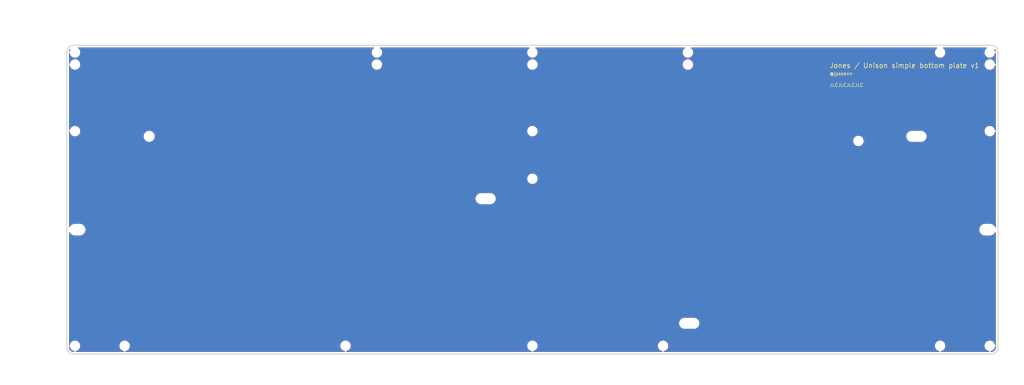
<source format=kicad_pcb>
(kicad_pcb (version 20171130) (host pcbnew "(5.1.9-0-10_14)")

  (general
    (thickness 1.6)
    (drawings 0)
    (tracks 0)
    (zones 0)
    (modules 1)
    (nets 1)
  )

  (page A4)
  (layers
    (0 F.Cu signal)
    (31 B.Cu signal)
    (32 B.Adhes user)
    (33 F.Adhes user)
    (34 B.Paste user)
    (35 F.Paste user)
    (36 B.SilkS user)
    (37 F.SilkS user)
    (38 B.Mask user)
    (39 F.Mask user)
    (40 Dwgs.User user)
    (41 Cmts.User user)
    (42 Eco1.User user)
    (43 Eco2.User user)
    (44 Edge.Cuts user)
    (45 Margin user)
    (46 B.CrtYd user)
    (47 F.CrtYd user)
    (48 B.Fab user)
    (49 F.Fab user)
  )

  (setup
    (last_trace_width 0.25)
    (trace_clearance 0.2)
    (zone_clearance 0.508)
    (zone_45_only no)
    (trace_min 0.2)
    (via_size 0.8)
    (via_drill 0.4)
    (via_min_size 0.4)
    (via_min_drill 0.3)
    (uvia_size 0.3)
    (uvia_drill 0.1)
    (uvias_allowed no)
    (uvia_min_size 0.2)
    (uvia_min_drill 0.1)
    (edge_width 0.05)
    (segment_width 0.2)
    (pcb_text_width 0.3)
    (pcb_text_size 1.5 1.5)
    (mod_edge_width 0.12)
    (mod_text_size 1 1)
    (mod_text_width 0.15)
    (pad_size 1.524 1.524)
    (pad_drill 0.762)
    (pad_to_mask_clearance 0)
    (aux_axis_origin 0 0)
    (visible_elements FFFFFF7F)
    (pcbplotparams
      (layerselection 0x010f0_ffffffff)
      (usegerberextensions false)
      (usegerberattributes true)
      (usegerberadvancedattributes true)
      (creategerberjobfile true)
      (excludeedgelayer true)
      (linewidth 0.100000)
      (plotframeref false)
      (viasonmask false)
      (mode 1)
      (useauxorigin false)
      (hpglpennumber 1)
      (hpglpenspeed 20)
      (hpglpendiameter 15.000000)
      (psnegative false)
      (psa4output false)
      (plotreference true)
      (plotvalue true)
      (plotinvisibletext false)
      (padsonsilk false)
      (subtractmaskfromsilk false)
      (outputformat 1)
      (mirror false)
      (drillshape 0)
      (scaleselection 1)
      (outputdirectory "Gerber/"))
  )

  (net 0 "")

  (net_class Default "This is the default net class."
    (clearance 0.2)
    (trace_width 0.25)
    (via_dia 0.8)
    (via_drill 0.4)
    (uvia_dia 0.3)
    (uvia_drill 0.1)
  )

  (module "#local_lib:60_Outline-Bottom_Plate" locked (layer F.Cu) (tedit 60171BB8) (tstamp 6018E0F4)
    (at 174.85 69.85)
    (fp_text reference REF** (at -139 50.5) (layer Edge.Cuts) hide
      (effects (font (size 1 1) (thickness 0.15)))
    )
    (fp_text value 60_Outline-Bottom_Plate (at -139 49) (layer F.Fab) hide
      (effects (font (size 1 1) (thickness 0.15)))
    )
    (fp_text user -42.7mm (at 98.5 -51.3 90) (layer Dwgs.User)
      (effects (font (size 1 1) (thickness 0.15)))
    )
    (fp_text user 29.3mm (at -146.3 -19.1) (layer Dwgs.User)
      (effects (font (size 1 1) (thickness 0.15)))
    )
    (fp_text user JLCJLCJLCJLC (at 90.9 -35.1) (layer F.SilkS)
      (effects (font (size 1 1) (thickness 0.15)) (justify left))
    )
    (fp_text user @jpskenn (at 90.9 -38.6) (layer F.SilkS)
      (effects (font (size 1 1) (thickness 0.15)) (justify left))
    )
    (fp_text user "Jones / Unison simple bottom plate v1" (at 90.9 -41.1) (layer F.SilkS)
      (effects (font (size 1.5 1.5) (thickness 0.2)) (justify left))
    )
    (fp_text user 17.7mm (at -125.7 -52.7 90) (layer Dwgs.User)
      (effects (font (size 1 1) (thickness 0.15)))
    )
    (fp_text user 85.3mm (at -58.3 -50.9 90) (layer Dwgs.User)
      (effects (font (size 1 1) (thickness 0.15)))
    )
    (fp_text user 40.9mm (at -146.2 -7.5) (layer Dwgs.User)
      (effects (font (size 1 1) (thickness 0.15)))
    )
    (fp_text user -102.5mm (at 39.1 -51.8 90) (layer Dwgs.User)
      (effects (font (size 1 1) (thickness 0.15)))
    )
    (fp_text user -17.7mm (at 123.8 -51.2 90) (layer Dwgs.User)
      (effects (font (size 1 1) (thickness 0.15)))
    )
    (fp_text user 94.9mm (at -48.8 -50.9 90) (layer Dwgs.User)
      (effects (font (size 1 1) (thickness 0.15)))
    )
    (fp_text user -94.9mm (at 46.5 -51.6 90) (layer Dwgs.User)
      (effects (font (size 1 1) (thickness 0.15)))
    )
    (fp_text user "285mm MAX" (at 141.5 -52.5 90) (layer Dwgs.User)
      (effects (font (size 1 1) (thickness 0.15)))
    )
    (fp_text user "142.5mm CENTER" (at -0.9 -54.4 90) (layer Dwgs.User)
      (effects (font (size 1 1) (thickness 0.15)))
    )
    (fp_text user 0mm (at -146.6 -48.4) (layer Dwgs.User)
      (effects (font (size 1 1) (thickness 0.15)))
    )
    (fp_text user 0mm (at -143.7 -53.3 90) (layer Dwgs.User)
      (effects (font (size 1 1) (thickness 0.15)))
    )
    (fp_text user -2.5mm (at 139.2 -50.7 90) (layer Dwgs.User)
      (effects (font (size 1 1) (thickness 0.15)))
    )
    (fp_text user 26.5mm (at -146.3 -22) (layer Dwgs.User)
      (effects (font (size 1 1) (thickness 0.15)))
    )
    (fp_text user -2.5mm (at -146.7 43.5) (layer Dwgs.User)
      (effects (font (size 1 1) (thickness 0.15)))
    )
    (fp_text user 5.9mm (at -145.6 -42.4) (layer Dwgs.User)
      (effects (font (size 1 1) (thickness 0.15)))
    )
    (fp_text user 2.2mm (at -145.8 -46.1) (layer Dwgs.User)
      (effects (font (size 1 1) (thickness 0.15)))
    )
    (fp_text user 2.5mm (at -140.8 -53.8 90) (layer Dwgs.User)
      (effects (font (size 1 1) (thickness 0.15)))
    )
    (fp_arc (start 142.1 11) (end 142.5 11) (angle -90) (layer Eco1.User) (width 0.3))
    (fp_arc (start 142.1 7.4) (end 142.1 7.8) (angle -90) (layer Eco1.User) (width 0.3))
    (fp_arc (start -142.1 11) (end -142.1 10.6) (angle -90) (layer Eco1.User) (width 0.3))
    (fp_arc (start -142.1 7.4) (end -142.5 7.4) (angle -90) (layer Eco1.User) (width 0.3))
    (fp_arc (start -140.5 -45.3) (end -142.5 -45.3) (angle 90) (layer Edge.Cuts) (width 0.3))
    (fp_arc (start -140.5 45.3) (end -140.5 47.3) (angle 90) (layer Edge.Cuts) (width 0.3))
    (fp_arc (start 140.5 45.3) (end 142.5 45.3) (angle 90) (layer Edge.Cuts) (width 0.3))
    (fp_arc (start 140.5 -45.3) (end 140.5 -47.3) (angle 90) (layer Edge.Cuts) (width 0.3))
    (fp_arc (start -138.7 9.2) (end -138.7 7.8) (angle 90) (layer Eco1.User) (width 0.3))
    (fp_arc (start 138.7 9.2) (end 138.7 7.8) (angle -90) (layer Eco1.User) (width 0.3))
    (fp_arc (start 138.7 9.2) (end 137.3 9.2) (angle -90) (layer Eco1.User) (width 0.3))
    (fp_arc (start -138.7 9.2) (end -137.3 9.2) (angle 90) (layer Eco1.User) (width 0.3))
    (fp_line (start -162.7 -18) (end 147.2 -18) (layer Dwgs.User) (width 0.12))
    (fp_line (start 99.8 -51) (end 99.8 55.8) (layer Dwgs.User) (width 0.12))
    (fp_line (start -124.8 -53) (end -124.8 53.8) (layer Dwgs.User) (width 0.12))
    (fp_line (start -57.2 -50.7) (end -57.2 56.1) (layer Dwgs.User) (width 0.12))
    (fp_line (start 40 -53) (end 40 53.8) (layer Dwgs.User) (width 0.12))
    (fp_line (start -162.3 -6.4) (end 147.6 -6.4) (layer Dwgs.User) (width 0.12))
    (fp_line (start 124.8 -50) (end 124.8 56.8) (layer Dwgs.User) (width 0.12))
    (fp_line (start 142.5 -50.3) (end 142.5 56.5) (layer Dwgs.User) (width 0.12))
    (fp_line (start 47.6 -53.5) (end 47.6 53.3) (layer Dwgs.User) (width 0.12))
    (fp_line (start -47.6 -50.9) (end -47.6 55.9) (layer Dwgs.User) (width 0.12))
    (fp_line (start -161 -41.4) (end 146.9 -41.4) (layer Dwgs.User) (width 0.12))
    (fp_line (start -161.2 -45.1) (end 146.7 -45.1) (layer Dwgs.User) (width 0.12))
    (fp_line (start 140 -50.3) (end 140 56.5) (layer Dwgs.User) (width 0.12))
    (fp_line (start -140 -55.5) (end -140 51.3) (layer Dwgs.User) (width 0.12))
    (fp_line (start 140.5 47.3) (end -140.5 47.3) (layer Edge.Cuts) (width 0.3))
    (fp_line (start 138.7 7.8) (end 142.1 7.8) (layer Eco1.User) (width 0.3))
    (fp_line (start 138.7 10.6) (end 142.1 10.6) (layer Eco1.User) (width 0.3))
    (fp_line (start 142.5 45.3) (end 142.5 -45.3) (layer Edge.Cuts) (width 0.3))
    (fp_line (start -142.5 45.3) (end -142.5 -45.3) (layer Edge.Cuts) (width 0.3))
    (fp_line (start -138.7 7.8) (end -142.1 7.8) (layer Eco1.User) (width 0.3))
    (fp_line (start -142.1 10.6) (end -138.7 10.6) (layer Eco1.User) (width 0.3))
    (fp_line (start 140.5 -47.3) (end -140.5 -47.3) (layer Edge.Cuts) (width 0.3))
    (fp_line (start -162.9 -21) (end 147 -21) (layer Dwgs.User) (width 0.12))
    (fp_line (start -162.4 44.8) (end 145.5 44.8) (layer Dwgs.User) (width 0.12))
    (fp_line (start -142.5 -55.5) (end -142.5 51.3) (layer Dwgs.User) (width 0.12))
    (fp_line (start -161 -47.3) (end 146.9 -47.3) (layer Dwgs.User) (width 0.12))
    (fp_line (start 0 -53.6) (end 0 53.2) (layer Dwgs.User) (width 0.12))
    (pad "" np_thru_hole oval (at -139.3 9.2) (size 4 2.6) (drill oval 4 2.6) (layers *.Cu *.Mask))
    (pad "" np_thru_hole oval (at 139.3 9.2) (size 4 2.6) (drill oval 4 2.6) (layers *.Cu *.Mask))
    (pad "" np_thru_hole circle (at 99.8 -18) (size 2.2 2.2) (drill 2.2) (layers *.Cu *.Mask))
    (pad "" np_thru_hole circle (at 140 -21) (size 2.2 2.2) (drill 2.2) (layers *.Cu *.Mask))
    (pad "" np_thru_hole circle (at -124.8 44.8) (size 2.2 2.2) (drill 2.2) (layers *.Cu *.Mask))
    (pad "" np_thru_hole circle (at 124.8 44.8) (size 2.2 2.2) (drill 2.2) (layers *.Cu *.Mask))
    (pad "" np_thru_hole circle (at 0 -6.4) (size 2.2 2.2) (drill 2.2) (layers *.Cu *.Mask))
    (pad "" np_thru_hole circle (at 124.8 -45.1) (size 2.2 2.2) (drill 2.2) (layers *.Cu *.Mask))
    (pad "" np_thru_hole circle (at 0 -21) (size 2.2 2.2) (drill 2.2) (layers *.Cu *.Mask))
    (pad "" np_thru_hole circle (at 0 44.8) (size 2.2 2.2) (drill 2.2) (layers *.Cu *.Mask))
    (pad "" np_thru_hole circle (at 40 44.8) (size 2.2 2.2) (drill 2.2) (layers *.Cu *.Mask))
    (pad "" np_thru_hole circle (at 140 44.8) (size 2.2 2.2) (drill 2.2) (layers *.Cu *.Mask))
    (pad "" np_thru_hole circle (at 140 -41.4) (size 2.2 2.2) (drill 2.2) (layers *.Cu *.Mask))
    (pad "" np_thru_hole circle (at 140 -45.1) (size 2.2 2.2) (drill 2.2) (layers *.Cu *.Mask))
    (pad "" np_thru_hole circle (at 47.6 -41.4) (size 2.2 2.2) (drill 2.2) (layers *.Cu *.Mask))
    (pad "" np_thru_hole circle (at 47.6 -45.1) (size 2.2 2.2) (drill 2.2) (layers *.Cu *.Mask))
    (pad "" np_thru_hole circle (at 0 -41.4) (size 2.2 2.2) (drill 2.2) (layers *.Cu *.Mask))
    (pad "" np_thru_hole circle (at 0 -45.1) (size 2.2 2.2) (drill 2.2) (layers *.Cu *.Mask))
    (pad "" np_thru_hole circle (at -57.2 44.8) (size 2.2 2.2) (drill 2.2) (layers *.Cu *.Mask))
    (pad "" np_thru_hole circle (at -47.6 -41.4) (size 2.2 2.2) (drill 2.2) (layers *.Cu *.Mask))
    (pad "" np_thru_hole circle (at -47.6 -45.1) (size 2.2 2.2) (drill 2.2) (layers *.Cu *.Mask))
    (pad "" np_thru_hole circle (at -140 44.8) (size 2.2 2.2) (drill 2.2) (layers *.Cu *.Mask))
    (pad "" np_thru_hole circle (at -140 -21) (size 2.2 2.2) (drill 2.2) (layers *.Cu *.Mask))
    (pad "" np_thru_hole circle (at -140 -41.4) (size 2.2 2.2) (drill 2.2) (layers *.Cu *.Mask))
    (pad "" np_thru_hole circle (at -140 -45.1) (size 2.2 2.2) (drill 2.2) (layers *.Cu *.Mask))
    (pad "" np_thru_hole oval (at -14.3 -0.3) (size 5.2 2.4) (drill oval 5.2 2.4) (layers *.Cu *.Mask))
    (pad "" np_thru_hole oval (at 48 37.9) (size 5.2 2.4) (drill oval 5.2 2.4) (layers *.Cu *.Mask))
    (pad "" np_thru_hole oval (at 117.55 -19.4) (size 5.2 2.4) (drill oval 5.2 2.4) (layers *.Cu *.Mask))
    (pad "" np_thru_hole circle (at -117.3 -19.4) (size 2.4 2.4) (drill 2.4) (layers *.Cu *.Mask))
  )

  (zone (net 0) (net_name "") (layer F.Cu) (tstamp 6018E1D8) (hatch edge 0.508)
    (connect_pads (clearance 0.508))
    (min_thickness 0.254)
    (fill yes (arc_segments 32) (thermal_gap 0.508) (thermal_bridge_width 0.508))
    (polygon
      (pts
        (xy 323.65 125.65) (xy 19.1 126.4) (xy 21.15 14.4) (xy 323.5 11.7)
      )
    )
    (filled_polygon
      (pts
        (xy 316.565 115.111612) (xy 316.538168 115.385262) (xy 316.469843 115.611565) (xy 316.358864 115.820288) (xy 316.209458 116.003477)
        (xy 316.027314 116.154159) (xy 315.819377 116.266591) (xy 315.593552 116.336496) (xy 315.322353 116.365) (xy 315.12143 116.365)
        (xy 315.356081 116.318325) (xy 315.671831 116.187537) (xy 315.955998 115.997663) (xy 316.197663 115.755998) (xy 316.387537 115.471831)
        (xy 316.518325 115.156081) (xy 316.565 114.92143)
      )
    )
    (filled_polygon
      (pts
        (xy 33.181675 115.156081) (xy 33.312463 115.471831) (xy 33.502337 115.755998) (xy 33.744002 115.997663) (xy 34.028169 116.187537)
        (xy 34.343919 116.318325) (xy 34.57857 116.365) (xy 34.388388 116.365) (xy 34.114738 116.338168) (xy 33.888435 116.269843)
        (xy 33.679712 116.158864) (xy 33.496523 116.009458) (xy 33.345841 115.827314) (xy 33.233409 115.619377) (xy 33.163504 115.393552)
        (xy 33.135 115.122353) (xy 33.135 114.92143)
      )
    )
    (filled_polygon
      (pts
        (xy 126.144002 23.402337) (xy 125.902337 23.644002) (xy 125.712463 23.928169) (xy 125.581675 24.243919) (xy 125.515 24.579117)
        (xy 125.515 24.920883) (xy 125.581675 25.256081) (xy 125.712463 25.571831) (xy 125.902337 25.855998) (xy 126.144002 26.097663)
        (xy 126.428169 26.287537) (xy 126.743919 26.418325) (xy 127.079117 26.485) (xy 127.420883 26.485) (xy 127.756081 26.418325)
        (xy 128.071831 26.287537) (xy 128.355998 26.097663) (xy 128.597663 25.855998) (xy 128.787537 25.571831) (xy 128.918325 25.256081)
        (xy 128.985 24.920883) (xy 128.985 24.579117) (xy 128.918325 24.243919) (xy 128.787537 23.928169) (xy 128.597663 23.644002)
        (xy 128.355998 23.402337) (xy 128.255221 23.335) (xy 173.844779 23.335) (xy 173.744002 23.402337) (xy 173.502337 23.644002)
        (xy 173.312463 23.928169) (xy 173.181675 24.243919) (xy 173.115 24.579117) (xy 173.115 24.920883) (xy 173.181675 25.256081)
        (xy 173.312463 25.571831) (xy 173.502337 25.855998) (xy 173.744002 26.097663) (xy 174.028169 26.287537) (xy 174.343919 26.418325)
        (xy 174.679117 26.485) (xy 175.020883 26.485) (xy 175.356081 26.418325) (xy 175.671831 26.287537) (xy 175.955998 26.097663)
        (xy 176.197663 25.855998) (xy 176.387537 25.571831) (xy 176.518325 25.256081) (xy 176.585 24.920883) (xy 176.585 24.579117)
        (xy 176.518325 24.243919) (xy 176.387537 23.928169) (xy 176.197663 23.644002) (xy 175.955998 23.402337) (xy 175.855221 23.335)
        (xy 221.444779 23.335) (xy 221.344002 23.402337) (xy 221.102337 23.644002) (xy 220.912463 23.928169) (xy 220.781675 24.243919)
        (xy 220.715 24.579117) (xy 220.715 24.920883) (xy 220.781675 25.256081) (xy 220.912463 25.571831) (xy 221.102337 25.855998)
        (xy 221.344002 26.097663) (xy 221.628169 26.287537) (xy 221.943919 26.418325) (xy 222.279117 26.485) (xy 222.620883 26.485)
        (xy 222.956081 26.418325) (xy 223.271831 26.287537) (xy 223.555998 26.097663) (xy 223.797663 25.855998) (xy 223.987537 25.571831)
        (xy 224.118325 25.256081) (xy 224.185 24.920883) (xy 224.185 24.579117) (xy 224.118325 24.243919) (xy 223.987537 23.928169)
        (xy 223.797663 23.644002) (xy 223.555998 23.402337) (xy 223.455221 23.335) (xy 298.644779 23.335) (xy 298.544002 23.402337)
        (xy 298.302337 23.644002) (xy 298.112463 23.928169) (xy 297.981675 24.243919) (xy 297.915 24.579117) (xy 297.915 24.920883)
        (xy 297.981675 25.256081) (xy 298.112463 25.571831) (xy 298.302337 25.855998) (xy 298.544002 26.097663) (xy 298.828169 26.287537)
        (xy 299.143919 26.418325) (xy 299.479117 26.485) (xy 299.820883 26.485) (xy 300.156081 26.418325) (xy 300.471831 26.287537)
        (xy 300.755998 26.097663) (xy 300.997663 25.855998) (xy 301.187537 25.571831) (xy 301.318325 25.256081) (xy 301.385 24.920883)
        (xy 301.385 24.579117) (xy 301.318325 24.243919) (xy 301.187537 23.928169) (xy 300.997663 23.644002) (xy 300.755998 23.402337)
        (xy 300.655221 23.335) (xy 313.844779 23.335) (xy 313.744002 23.402337) (xy 313.502337 23.644002) (xy 313.312463 23.928169)
        (xy 313.181675 24.243919) (xy 313.115 24.579117) (xy 313.115 24.920883) (xy 313.181675 25.256081) (xy 313.312463 25.571831)
        (xy 313.502337 25.855998) (xy 313.744002 26.097663) (xy 314.028169 26.287537) (xy 314.343919 26.418325) (xy 314.679117 26.485)
        (xy 315.020883 26.485) (xy 315.356081 26.418325) (xy 315.671831 26.287537) (xy 315.955998 26.097663) (xy 316.197663 25.855998)
        (xy 316.387537 25.571831) (xy 316.518325 25.256081) (xy 316.565001 25.021425) (xy 316.565001 28.178575) (xy 316.518325 27.943919)
        (xy 316.387537 27.628169) (xy 316.197663 27.344002) (xy 315.955998 27.102337) (xy 315.671831 26.912463) (xy 315.356081 26.781675)
        (xy 315.020883 26.715) (xy 314.679117 26.715) (xy 314.343919 26.781675) (xy 314.028169 26.912463) (xy 313.744002 27.102337)
        (xy 313.502337 27.344002) (xy 313.312463 27.628169) (xy 313.181675 27.943919) (xy 313.115 28.279117) (xy 313.115 28.620883)
        (xy 313.181675 28.956081) (xy 313.312463 29.271831) (xy 313.502337 29.555998) (xy 313.744002 29.797663) (xy 314.028169 29.987537)
        (xy 314.343919 30.118325) (xy 314.679117 30.185) (xy 315.020883 30.185) (xy 315.356081 30.118325) (xy 315.671831 29.987537)
        (xy 315.955998 29.797663) (xy 316.197663 29.555998) (xy 316.387537 29.271831) (xy 316.518325 28.956081) (xy 316.565001 28.721425)
        (xy 316.565001 48.578574) (xy 316.518325 48.343919) (xy 316.387537 48.028169) (xy 316.197663 47.744002) (xy 315.955998 47.502337)
        (xy 315.671831 47.312463) (xy 315.356081 47.181675) (xy 315.020883 47.115) (xy 314.679117 47.115) (xy 314.343919 47.181675)
        (xy 314.028169 47.312463) (xy 313.744002 47.502337) (xy 313.502337 47.744002) (xy 313.312463 48.028169) (xy 313.181675 48.343919)
        (xy 313.115 48.679117) (xy 313.115 49.020883) (xy 313.181675 49.356081) (xy 313.312463 49.671831) (xy 313.502337 49.955998)
        (xy 313.744002 50.197663) (xy 314.028169 50.387537) (xy 314.343919 50.518325) (xy 314.679117 50.585) (xy 315.020883 50.585)
        (xy 315.356081 50.518325) (xy 315.671831 50.387537) (xy 315.955998 50.197663) (xy 316.197663 49.955998) (xy 316.387537 49.671831)
        (xy 316.518325 49.356081) (xy 316.565001 49.121426) (xy 316.565 78.153719) (xy 316.466678 77.96977) (xy 316.224872 77.675128)
        (xy 315.93023 77.433322) (xy 315.594075 77.253644) (xy 315.229326 77.142998) (xy 314.945055 77.115) (xy 313.354945 77.115)
        (xy 313.070674 77.142998) (xy 312.705925 77.253644) (xy 312.36977 77.433322) (xy 312.075128 77.675128) (xy 311.833322 77.96977)
        (xy 311.653644 78.305925) (xy 311.542998 78.670674) (xy 311.505638 79.05) (xy 311.542998 79.429326) (xy 311.653644 79.794075)
        (xy 311.833322 80.13023) (xy 312.075128 80.424872) (xy 312.36977 80.666678) (xy 312.705925 80.846356) (xy 313.070674 80.957002)
        (xy 313.354945 80.985) (xy 314.945055 80.985) (xy 315.229326 80.957002) (xy 315.594075 80.846356) (xy 315.93023 80.666678)
        (xy 316.224872 80.424872) (xy 316.466678 80.13023) (xy 316.565 79.946281) (xy 316.565 114.37857) (xy 316.518325 114.143919)
        (xy 316.387537 113.828169) (xy 316.197663 113.544002) (xy 315.955998 113.302337) (xy 315.671831 113.112463) (xy 315.356081 112.981675)
        (xy 315.020883 112.915) (xy 314.679117 112.915) (xy 314.343919 112.981675) (xy 314.028169 113.112463) (xy 313.744002 113.302337)
        (xy 313.502337 113.544002) (xy 313.312463 113.828169) (xy 313.181675 114.143919) (xy 313.115 114.479117) (xy 313.115 114.820883)
        (xy 313.181675 115.156081) (xy 313.312463 115.471831) (xy 313.502337 115.755998) (xy 313.744002 115.997663) (xy 314.028169 116.187537)
        (xy 314.343919 116.318325) (xy 314.57857 116.365) (xy 299.92143 116.365) (xy 300.156081 116.318325) (xy 300.471831 116.187537)
        (xy 300.755998 115.997663) (xy 300.997663 115.755998) (xy 301.187537 115.471831) (xy 301.318325 115.156081) (xy 301.385 114.820883)
        (xy 301.385 114.479117) (xy 301.318325 114.143919) (xy 301.187537 113.828169) (xy 300.997663 113.544002) (xy 300.755998 113.302337)
        (xy 300.471831 113.112463) (xy 300.156081 112.981675) (xy 299.820883 112.915) (xy 299.479117 112.915) (xy 299.143919 112.981675)
        (xy 298.828169 113.112463) (xy 298.544002 113.302337) (xy 298.302337 113.544002) (xy 298.112463 113.828169) (xy 297.981675 114.143919)
        (xy 297.915 114.479117) (xy 297.915 114.820883) (xy 297.981675 115.156081) (xy 298.112463 115.471831) (xy 298.302337 115.755998)
        (xy 298.544002 115.997663) (xy 298.828169 116.187537) (xy 299.143919 116.318325) (xy 299.37857 116.365) (xy 215.12143 116.365)
        (xy 215.356081 116.318325) (xy 215.671831 116.187537) (xy 215.955998 115.997663) (xy 216.197663 115.755998) (xy 216.387537 115.471831)
        (xy 216.518325 115.156081) (xy 216.585 114.820883) (xy 216.585 114.479117) (xy 216.518325 114.143919) (xy 216.387537 113.828169)
        (xy 216.197663 113.544002) (xy 215.955998 113.302337) (xy 215.671831 113.112463) (xy 215.356081 112.981675) (xy 215.020883 112.915)
        (xy 214.679117 112.915) (xy 214.343919 112.981675) (xy 214.028169 113.112463) (xy 213.744002 113.302337) (xy 213.502337 113.544002)
        (xy 213.312463 113.828169) (xy 213.181675 114.143919) (xy 213.115 114.479117) (xy 213.115 114.820883) (xy 213.181675 115.156081)
        (xy 213.312463 115.471831) (xy 213.502337 115.755998) (xy 213.744002 115.997663) (xy 214.028169 116.187537) (xy 214.343919 116.318325)
        (xy 214.57857 116.365) (xy 175.12143 116.365) (xy 175.356081 116.318325) (xy 175.671831 116.187537) (xy 175.955998 115.997663)
        (xy 176.197663 115.755998) (xy 176.387537 115.471831) (xy 176.518325 115.156081) (xy 176.585 114.820883) (xy 176.585 114.479117)
        (xy 176.518325 114.143919) (xy 176.387537 113.828169) (xy 176.197663 113.544002) (xy 175.955998 113.302337) (xy 175.671831 113.112463)
        (xy 175.356081 112.981675) (xy 175.020883 112.915) (xy 174.679117 112.915) (xy 174.343919 112.981675) (xy 174.028169 113.112463)
        (xy 173.744002 113.302337) (xy 173.502337 113.544002) (xy 173.312463 113.828169) (xy 173.181675 114.143919) (xy 173.115 114.479117)
        (xy 173.115 114.820883) (xy 173.181675 115.156081) (xy 173.312463 115.471831) (xy 173.502337 115.755998) (xy 173.744002 115.997663)
        (xy 174.028169 116.187537) (xy 174.343919 116.318325) (xy 174.57857 116.365) (xy 117.92143 116.365) (xy 118.156081 116.318325)
        (xy 118.471831 116.187537) (xy 118.755998 115.997663) (xy 118.997663 115.755998) (xy 119.187537 115.471831) (xy 119.318325 115.156081)
        (xy 119.385 114.820883) (xy 119.385 114.479117) (xy 119.318325 114.143919) (xy 119.187537 113.828169) (xy 118.997663 113.544002)
        (xy 118.755998 113.302337) (xy 118.471831 113.112463) (xy 118.156081 112.981675) (xy 117.820883 112.915) (xy 117.479117 112.915)
        (xy 117.143919 112.981675) (xy 116.828169 113.112463) (xy 116.544002 113.302337) (xy 116.302337 113.544002) (xy 116.112463 113.828169)
        (xy 115.981675 114.143919) (xy 115.915 114.479117) (xy 115.915 114.820883) (xy 115.981675 115.156081) (xy 116.112463 115.471831)
        (xy 116.302337 115.755998) (xy 116.544002 115.997663) (xy 116.828169 116.187537) (xy 117.143919 116.318325) (xy 117.37857 116.365)
        (xy 50.32143 116.365) (xy 50.556081 116.318325) (xy 50.871831 116.187537) (xy 51.155998 115.997663) (xy 51.397663 115.755998)
        (xy 51.587537 115.471831) (xy 51.718325 115.156081) (xy 51.785 114.820883) (xy 51.785 114.479117) (xy 51.718325 114.143919)
        (xy 51.587537 113.828169) (xy 51.397663 113.544002) (xy 51.155998 113.302337) (xy 50.871831 113.112463) (xy 50.556081 112.981675)
        (xy 50.220883 112.915) (xy 49.879117 112.915) (xy 49.543919 112.981675) (xy 49.228169 113.112463) (xy 48.944002 113.302337)
        (xy 48.702337 113.544002) (xy 48.512463 113.828169) (xy 48.381675 114.143919) (xy 48.315 114.479117) (xy 48.315 114.820883)
        (xy 48.381675 115.156081) (xy 48.512463 115.471831) (xy 48.702337 115.755998) (xy 48.944002 115.997663) (xy 49.228169 116.187537)
        (xy 49.543919 116.318325) (xy 49.77857 116.365) (xy 35.12143 116.365) (xy 35.356081 116.318325) (xy 35.671831 116.187537)
        (xy 35.955998 115.997663) (xy 36.197663 115.755998) (xy 36.387537 115.471831) (xy 36.518325 115.156081) (xy 36.585 114.820883)
        (xy 36.585 114.479117) (xy 36.518325 114.143919) (xy 36.387537 113.828169) (xy 36.197663 113.544002) (xy 35.955998 113.302337)
        (xy 35.671831 113.112463) (xy 35.356081 112.981675) (xy 35.020883 112.915) (xy 34.679117 112.915) (xy 34.343919 112.981675)
        (xy 34.028169 113.112463) (xy 33.744002 113.302337) (xy 33.502337 113.544002) (xy 33.312463 113.828169) (xy 33.181675 114.143919)
        (xy 33.135 114.37857) (xy 33.135 107.75) (xy 219.606122 107.75) (xy 219.641552 108.109723) (xy 219.746479 108.455622)
        (xy 219.916871 108.774404) (xy 220.146181 109.053819) (xy 220.425596 109.283129) (xy 220.744378 109.453521) (xy 221.090277 109.558448)
        (xy 221.359861 109.585) (xy 224.340139 109.585) (xy 224.609723 109.558448) (xy 224.955622 109.453521) (xy 225.274404 109.283129)
        (xy 225.553819 109.053819) (xy 225.783129 108.774404) (xy 225.953521 108.455622) (xy 226.058448 108.109723) (xy 226.093878 107.75)
        (xy 226.058448 107.390277) (xy 225.953521 107.044378) (xy 225.783129 106.725596) (xy 225.553819 106.446181) (xy 225.274404 106.216871)
        (xy 224.955622 106.046479) (xy 224.609723 105.941552) (xy 224.340139 105.915) (xy 221.359861 105.915) (xy 221.090277 105.941552)
        (xy 220.744378 106.046479) (xy 220.425596 106.216871) (xy 220.146181 106.446181) (xy 219.916871 106.725596) (xy 219.746479 107.044378)
        (xy 219.641552 107.390277) (xy 219.606122 107.75) (xy 33.135 107.75) (xy 33.135 79.946282) (xy 33.233322 80.13023)
        (xy 33.475128 80.424872) (xy 33.76977 80.666678) (xy 34.105925 80.846356) (xy 34.470674 80.957002) (xy 34.754945 80.985)
        (xy 36.345055 80.985) (xy 36.629326 80.957002) (xy 36.994075 80.846356) (xy 37.33023 80.666678) (xy 37.624872 80.424872)
        (xy 37.866678 80.13023) (xy 38.046356 79.794075) (xy 38.157002 79.429326) (xy 38.194362 79.05) (xy 38.157002 78.670674)
        (xy 38.046356 78.305925) (xy 37.866678 77.96977) (xy 37.624872 77.675128) (xy 37.33023 77.433322) (xy 36.994075 77.253644)
        (xy 36.629326 77.142998) (xy 36.345055 77.115) (xy 34.754945 77.115) (xy 34.470674 77.142998) (xy 34.105925 77.253644)
        (xy 33.76977 77.433322) (xy 33.475128 77.675128) (xy 33.233322 77.96977) (xy 33.135 78.153718) (xy 33.135 69.55)
        (xy 157.306122 69.55) (xy 157.341552 69.909723) (xy 157.446479 70.255622) (xy 157.616871 70.574404) (xy 157.846181 70.853819)
        (xy 158.125596 71.083129) (xy 158.444378 71.253521) (xy 158.790277 71.358448) (xy 159.059861 71.385) (xy 162.040139 71.385)
        (xy 162.309723 71.358448) (xy 162.655622 71.253521) (xy 162.974404 71.083129) (xy 163.253819 70.853819) (xy 163.483129 70.574404)
        (xy 163.653521 70.255622) (xy 163.758448 69.909723) (xy 163.793878 69.55) (xy 163.758448 69.190277) (xy 163.653521 68.844378)
        (xy 163.483129 68.525596) (xy 163.253819 68.246181) (xy 162.974404 68.016871) (xy 162.655622 67.846479) (xy 162.309723 67.741552)
        (xy 162.040139 67.715) (xy 159.059861 67.715) (xy 158.790277 67.741552) (xy 158.444378 67.846479) (xy 158.125596 68.016871)
        (xy 157.846181 68.246181) (xy 157.616871 68.525596) (xy 157.446479 68.844378) (xy 157.341552 69.190277) (xy 157.306122 69.55)
        (xy 33.135 69.55) (xy 33.135 63.279117) (xy 173.115 63.279117) (xy 173.115 63.620883) (xy 173.181675 63.956081)
        (xy 173.312463 64.271831) (xy 173.502337 64.555998) (xy 173.744002 64.797663) (xy 174.028169 64.987537) (xy 174.343919 65.118325)
        (xy 174.679117 65.185) (xy 175.020883 65.185) (xy 175.356081 65.118325) (xy 175.671831 64.987537) (xy 175.955998 64.797663)
        (xy 176.197663 64.555998) (xy 176.387537 64.271831) (xy 176.518325 63.956081) (xy 176.585 63.620883) (xy 176.585 63.279117)
        (xy 176.518325 62.943919) (xy 176.387537 62.628169) (xy 176.197663 62.344002) (xy 175.955998 62.102337) (xy 175.671831 61.912463)
        (xy 175.356081 61.781675) (xy 175.020883 61.715) (xy 174.679117 61.715) (xy 174.343919 61.781675) (xy 174.028169 61.912463)
        (xy 173.744002 62.102337) (xy 173.502337 62.344002) (xy 173.312463 62.628169) (xy 173.181675 62.943919) (xy 173.115 63.279117)
        (xy 33.135 63.279117) (xy 33.135 49.12143) (xy 33.181675 49.356081) (xy 33.312463 49.671831) (xy 33.502337 49.955998)
        (xy 33.744002 50.197663) (xy 34.028169 50.387537) (xy 34.343919 50.518325) (xy 34.679117 50.585) (xy 35.020883 50.585)
        (xy 35.356081 50.518325) (xy 35.671831 50.387537) (xy 35.848833 50.269268) (xy 55.715 50.269268) (xy 55.715 50.630732)
        (xy 55.785518 50.98525) (xy 55.923844 51.319199) (xy 56.124662 51.619744) (xy 56.380256 51.875338) (xy 56.680801 52.076156)
        (xy 57.01475 52.214482) (xy 57.369268 52.285) (xy 57.730732 52.285) (xy 58.08525 52.214482) (xy 58.419199 52.076156)
        (xy 58.719744 51.875338) (xy 58.915965 51.679117) (xy 272.915 51.679117) (xy 272.915 52.020883) (xy 272.981675 52.356081)
        (xy 273.112463 52.671831) (xy 273.302337 52.955998) (xy 273.544002 53.197663) (xy 273.828169 53.387537) (xy 274.143919 53.518325)
        (xy 274.479117 53.585) (xy 274.820883 53.585) (xy 275.156081 53.518325) (xy 275.471831 53.387537) (xy 275.755998 53.197663)
        (xy 275.997663 52.955998) (xy 276.187537 52.671831) (xy 276.318325 52.356081) (xy 276.385 52.020883) (xy 276.385 51.679117)
        (xy 276.318325 51.343919) (xy 276.187537 51.028169) (xy 275.997663 50.744002) (xy 275.755998 50.502337) (xy 275.677671 50.45)
        (xy 289.156122 50.45) (xy 289.191552 50.809723) (xy 289.296479 51.155622) (xy 289.466871 51.474404) (xy 289.696181 51.753819)
        (xy 289.975596 51.983129) (xy 290.294378 52.153521) (xy 290.640277 52.258448) (xy 290.909861 52.285) (xy 293.890139 52.285)
        (xy 294.159723 52.258448) (xy 294.505622 52.153521) (xy 294.824404 51.983129) (xy 295.103819 51.753819) (xy 295.333129 51.474404)
        (xy 295.503521 51.155622) (xy 295.608448 50.809723) (xy 295.643878 50.45) (xy 295.608448 50.090277) (xy 295.503521 49.744378)
        (xy 295.333129 49.425596) (xy 295.103819 49.146181) (xy 294.824404 48.916871) (xy 294.505622 48.746479) (xy 294.159723 48.641552)
        (xy 293.890139 48.615) (xy 290.909861 48.615) (xy 290.640277 48.641552) (xy 290.294378 48.746479) (xy 289.975596 48.916871)
        (xy 289.696181 49.146181) (xy 289.466871 49.425596) (xy 289.296479 49.744378) (xy 289.191552 50.090277) (xy 289.156122 50.45)
        (xy 275.677671 50.45) (xy 275.471831 50.312463) (xy 275.156081 50.181675) (xy 274.820883 50.115) (xy 274.479117 50.115)
        (xy 274.143919 50.181675) (xy 273.828169 50.312463) (xy 273.544002 50.502337) (xy 273.302337 50.744002) (xy 273.112463 51.028169)
        (xy 272.981675 51.343919) (xy 272.915 51.679117) (xy 58.915965 51.679117) (xy 58.975338 51.619744) (xy 59.176156 51.319199)
        (xy 59.314482 50.98525) (xy 59.385 50.630732) (xy 59.385 50.269268) (xy 59.314482 49.91475) (xy 59.176156 49.580801)
        (xy 58.975338 49.280256) (xy 58.719744 49.024662) (xy 58.419199 48.823844) (xy 58.08525 48.685518) (xy 58.05307 48.679117)
        (xy 173.115 48.679117) (xy 173.115 49.020883) (xy 173.181675 49.356081) (xy 173.312463 49.671831) (xy 173.502337 49.955998)
        (xy 173.744002 50.197663) (xy 174.028169 50.387537) (xy 174.343919 50.518325) (xy 174.679117 50.585) (xy 175.020883 50.585)
        (xy 175.356081 50.518325) (xy 175.671831 50.387537) (xy 175.955998 50.197663) (xy 176.197663 49.955998) (xy 176.387537 49.671831)
        (xy 176.518325 49.356081) (xy 176.585 49.020883) (xy 176.585 48.679117) (xy 176.518325 48.343919) (xy 176.387537 48.028169)
        (xy 176.197663 47.744002) (xy 175.955998 47.502337) (xy 175.671831 47.312463) (xy 175.356081 47.181675) (xy 175.020883 47.115)
        (xy 174.679117 47.115) (xy 174.343919 47.181675) (xy 174.028169 47.312463) (xy 173.744002 47.502337) (xy 173.502337 47.744002)
        (xy 173.312463 48.028169) (xy 173.181675 48.343919) (xy 173.115 48.679117) (xy 58.05307 48.679117) (xy 57.730732 48.615)
        (xy 57.369268 48.615) (xy 57.01475 48.685518) (xy 56.680801 48.823844) (xy 56.380256 49.024662) (xy 56.124662 49.280256)
        (xy 55.923844 49.580801) (xy 55.785518 49.91475) (xy 55.715 50.269268) (xy 35.848833 50.269268) (xy 35.955998 50.197663)
        (xy 36.197663 49.955998) (xy 36.387537 49.671831) (xy 36.518325 49.356081) (xy 36.585 49.020883) (xy 36.585 48.679117)
        (xy 36.518325 48.343919) (xy 36.387537 48.028169) (xy 36.197663 47.744002) (xy 35.955998 47.502337) (xy 35.671831 47.312463)
        (xy 35.356081 47.181675) (xy 35.020883 47.115) (xy 34.679117 47.115) (xy 34.343919 47.181675) (xy 34.028169 47.312463)
        (xy 33.744002 47.502337) (xy 33.502337 47.744002) (xy 33.312463 48.028169) (xy 33.181675 48.343919) (xy 33.135 48.57857)
        (xy 33.135 28.72143) (xy 33.181675 28.956081) (xy 33.312463 29.271831) (xy 33.502337 29.555998) (xy 33.744002 29.797663)
        (xy 34.028169 29.987537) (xy 34.343919 30.118325) (xy 34.679117 30.185) (xy 35.020883 30.185) (xy 35.356081 30.118325)
        (xy 35.671831 29.987537) (xy 35.955998 29.797663) (xy 36.197663 29.555998) (xy 36.387537 29.271831) (xy 36.518325 28.956081)
        (xy 36.585 28.620883) (xy 36.585 28.279117) (xy 125.515 28.279117) (xy 125.515 28.620883) (xy 125.581675 28.956081)
        (xy 125.712463 29.271831) (xy 125.902337 29.555998) (xy 126.144002 29.797663) (xy 126.428169 29.987537) (xy 126.743919 30.118325)
        (xy 127.079117 30.185) (xy 127.420883 30.185) (xy 127.756081 30.118325) (xy 128.071831 29.987537) (xy 128.355998 29.797663)
        (xy 128.597663 29.555998) (xy 128.787537 29.271831) (xy 128.918325 28.956081) (xy 128.985 28.620883) (xy 128.985 28.279117)
        (xy 173.115 28.279117) (xy 173.115 28.620883) (xy 173.181675 28.956081) (xy 173.312463 29.271831) (xy 173.502337 29.555998)
        (xy 173.744002 29.797663) (xy 174.028169 29.987537) (xy 174.343919 30.118325) (xy 174.679117 30.185) (xy 175.020883 30.185)
        (xy 175.356081 30.118325) (xy 175.671831 29.987537) (xy 175.955998 29.797663) (xy 176.197663 29.555998) (xy 176.387537 29.271831)
        (xy 176.518325 28.956081) (xy 176.585 28.620883) (xy 176.585 28.279117) (xy 220.715 28.279117) (xy 220.715 28.620883)
        (xy 220.781675 28.956081) (xy 220.912463 29.271831) (xy 221.102337 29.555998) (xy 221.344002 29.797663) (xy 221.628169 29.987537)
        (xy 221.943919 30.118325) (xy 222.279117 30.185) (xy 222.620883 30.185) (xy 222.956081 30.118325) (xy 223.271831 29.987537)
        (xy 223.555998 29.797663) (xy 223.797663 29.555998) (xy 223.987537 29.271831) (xy 224.118325 28.956081) (xy 224.185 28.620883)
        (xy 224.185 28.279117) (xy 224.118325 27.943919) (xy 223.987537 27.628169) (xy 223.797663 27.344002) (xy 223.555998 27.102337)
        (xy 223.271831 26.912463) (xy 222.956081 26.781675) (xy 222.620883 26.715) (xy 222.279117 26.715) (xy 221.943919 26.781675)
        (xy 221.628169 26.912463) (xy 221.344002 27.102337) (xy 221.102337 27.344002) (xy 220.912463 27.628169) (xy 220.781675 27.943919)
        (xy 220.715 28.279117) (xy 176.585 28.279117) (xy 176.518325 27.943919) (xy 176.387537 27.628169) (xy 176.197663 27.344002)
        (xy 175.955998 27.102337) (xy 175.671831 26.912463) (xy 175.356081 26.781675) (xy 175.020883 26.715) (xy 174.679117 26.715)
        (xy 174.343919 26.781675) (xy 174.028169 26.912463) (xy 173.744002 27.102337) (xy 173.502337 27.344002) (xy 173.312463 27.628169)
        (xy 173.181675 27.943919) (xy 173.115 28.279117) (xy 128.985 28.279117) (xy 128.918325 27.943919) (xy 128.787537 27.628169)
        (xy 128.597663 27.344002) (xy 128.355998 27.102337) (xy 128.071831 26.912463) (xy 127.756081 26.781675) (xy 127.420883 26.715)
        (xy 127.079117 26.715) (xy 126.743919 26.781675) (xy 126.428169 26.912463) (xy 126.144002 27.102337) (xy 125.902337 27.344002)
        (xy 125.712463 27.628169) (xy 125.581675 27.943919) (xy 125.515 28.279117) (xy 36.585 28.279117) (xy 36.518325 27.943919)
        (xy 36.387537 27.628169) (xy 36.197663 27.344002) (xy 35.955998 27.102337) (xy 35.671831 26.912463) (xy 35.356081 26.781675)
        (xy 35.020883 26.715) (xy 34.679117 26.715) (xy 34.343919 26.781675) (xy 34.028169 26.912463) (xy 33.744002 27.102337)
        (xy 33.502337 27.344002) (xy 33.312463 27.628169) (xy 33.181675 27.943919) (xy 33.135 28.17857) (xy 33.135 25.02143)
        (xy 33.181675 25.256081) (xy 33.312463 25.571831) (xy 33.502337 25.855998) (xy 33.744002 26.097663) (xy 34.028169 26.287537)
        (xy 34.343919 26.418325) (xy 34.679117 26.485) (xy 35.020883 26.485) (xy 35.356081 26.418325) (xy 35.671831 26.287537)
        (xy 35.955998 26.097663) (xy 36.197663 25.855998) (xy 36.387537 25.571831) (xy 36.518325 25.256081) (xy 36.585 24.920883)
        (xy 36.585 24.579117) (xy 36.518325 24.243919) (xy 36.387537 23.928169) (xy 36.197663 23.644002) (xy 35.955998 23.402337)
        (xy 35.855221 23.335) (xy 126.244779 23.335)
      )
    )
    (filled_polygon
      (pts
        (xy 33.156236 24.371811) (xy 33.161832 24.31474) (xy 33.178704 24.258857)
      )
    )
    (filled_polygon
      (pts
        (xy 316.536496 24.306447) (xy 316.542919 24.367561) (xy 316.520456 24.254631)
      )
    )
    (filled_polygon
      (pts
        (xy 316.466592 24.080624) (xy 316.513635 24.232595) (xy 316.398597 23.95487)
      )
    )
    (filled_polygon
      (pts
        (xy 33.18735 24.230217) (xy 33.230158 24.088432) (xy 33.302209 23.952924)
      )
    )
    (filled_polygon
      (pts
        (xy 33.326705 23.906855) (xy 33.341137 23.879712) (xy 33.36163 23.854585)
      )
    )
    (filled_polygon
      (pts
        (xy 316.354162 23.872688) (xy 316.369836 23.901677) (xy 316.334945 23.849459)
      )
    )
  )
  (zone (net 0) (net_name "") (layer B.Cu) (tstamp 6018E1D5) (hatch edge 0.508)
    (connect_pads (clearance 0.508))
    (min_thickness 0.254)
    (fill yes (arc_segments 32) (thermal_gap 0.508) (thermal_bridge_width 0.508))
    (polygon
      (pts
        (xy 325.35 126.1) (xy 20.3 126.35) (xy 20.3 17.1) (xy 325.1 16.55)
      )
    )
    (filled_polygon
      (pts
        (xy 316.565 115.111612) (xy 316.538168 115.385262) (xy 316.469843 115.611565) (xy 316.358864 115.820288) (xy 316.209458 116.003477)
        (xy 316.027314 116.154159) (xy 315.819377 116.266591) (xy 315.593552 116.336496) (xy 315.322353 116.365) (xy 315.12143 116.365)
        (xy 315.356081 116.318325) (xy 315.671831 116.187537) (xy 315.955998 115.997663) (xy 316.197663 115.755998) (xy 316.387537 115.471831)
        (xy 316.518325 115.156081) (xy 316.565 114.92143)
      )
    )
    (filled_polygon
      (pts
        (xy 33.181675 115.156081) (xy 33.312463 115.471831) (xy 33.502337 115.755998) (xy 33.744002 115.997663) (xy 34.028169 116.187537)
        (xy 34.343919 116.318325) (xy 34.57857 116.365) (xy 34.388388 116.365) (xy 34.114738 116.338168) (xy 33.888435 116.269843)
        (xy 33.679712 116.158864) (xy 33.496523 116.009458) (xy 33.345841 115.827314) (xy 33.233409 115.619377) (xy 33.163504 115.393552)
        (xy 33.135 115.122353) (xy 33.135 114.92143)
      )
    )
    (filled_polygon
      (pts
        (xy 126.144002 23.402337) (xy 125.902337 23.644002) (xy 125.712463 23.928169) (xy 125.581675 24.243919) (xy 125.515 24.579117)
        (xy 125.515 24.920883) (xy 125.581675 25.256081) (xy 125.712463 25.571831) (xy 125.902337 25.855998) (xy 126.144002 26.097663)
        (xy 126.428169 26.287537) (xy 126.743919 26.418325) (xy 127.079117 26.485) (xy 127.420883 26.485) (xy 127.756081 26.418325)
        (xy 128.071831 26.287537) (xy 128.355998 26.097663) (xy 128.597663 25.855998) (xy 128.787537 25.571831) (xy 128.918325 25.256081)
        (xy 128.985 24.920883) (xy 128.985 24.579117) (xy 128.918325 24.243919) (xy 128.787537 23.928169) (xy 128.597663 23.644002)
        (xy 128.355998 23.402337) (xy 128.255221 23.335) (xy 173.844779 23.335) (xy 173.744002 23.402337) (xy 173.502337 23.644002)
        (xy 173.312463 23.928169) (xy 173.181675 24.243919) (xy 173.115 24.579117) (xy 173.115 24.920883) (xy 173.181675 25.256081)
        (xy 173.312463 25.571831) (xy 173.502337 25.855998) (xy 173.744002 26.097663) (xy 174.028169 26.287537) (xy 174.343919 26.418325)
        (xy 174.679117 26.485) (xy 175.020883 26.485) (xy 175.356081 26.418325) (xy 175.671831 26.287537) (xy 175.955998 26.097663)
        (xy 176.197663 25.855998) (xy 176.387537 25.571831) (xy 176.518325 25.256081) (xy 176.585 24.920883) (xy 176.585 24.579117)
        (xy 176.518325 24.243919) (xy 176.387537 23.928169) (xy 176.197663 23.644002) (xy 175.955998 23.402337) (xy 175.855221 23.335)
        (xy 221.444779 23.335) (xy 221.344002 23.402337) (xy 221.102337 23.644002) (xy 220.912463 23.928169) (xy 220.781675 24.243919)
        (xy 220.715 24.579117) (xy 220.715 24.920883) (xy 220.781675 25.256081) (xy 220.912463 25.571831) (xy 221.102337 25.855998)
        (xy 221.344002 26.097663) (xy 221.628169 26.287537) (xy 221.943919 26.418325) (xy 222.279117 26.485) (xy 222.620883 26.485)
        (xy 222.956081 26.418325) (xy 223.271831 26.287537) (xy 223.555998 26.097663) (xy 223.797663 25.855998) (xy 223.987537 25.571831)
        (xy 224.118325 25.256081) (xy 224.185 24.920883) (xy 224.185 24.579117) (xy 224.118325 24.243919) (xy 223.987537 23.928169)
        (xy 223.797663 23.644002) (xy 223.555998 23.402337) (xy 223.455221 23.335) (xy 298.644779 23.335) (xy 298.544002 23.402337)
        (xy 298.302337 23.644002) (xy 298.112463 23.928169) (xy 297.981675 24.243919) (xy 297.915 24.579117) (xy 297.915 24.920883)
        (xy 297.981675 25.256081) (xy 298.112463 25.571831) (xy 298.302337 25.855998) (xy 298.544002 26.097663) (xy 298.828169 26.287537)
        (xy 299.143919 26.418325) (xy 299.479117 26.485) (xy 299.820883 26.485) (xy 300.156081 26.418325) (xy 300.471831 26.287537)
        (xy 300.755998 26.097663) (xy 300.997663 25.855998) (xy 301.187537 25.571831) (xy 301.318325 25.256081) (xy 301.385 24.920883)
        (xy 301.385 24.579117) (xy 301.318325 24.243919) (xy 301.187537 23.928169) (xy 300.997663 23.644002) (xy 300.755998 23.402337)
        (xy 300.655221 23.335) (xy 313.844779 23.335) (xy 313.744002 23.402337) (xy 313.502337 23.644002) (xy 313.312463 23.928169)
        (xy 313.181675 24.243919) (xy 313.115 24.579117) (xy 313.115 24.920883) (xy 313.181675 25.256081) (xy 313.312463 25.571831)
        (xy 313.502337 25.855998) (xy 313.744002 26.097663) (xy 314.028169 26.287537) (xy 314.343919 26.418325) (xy 314.679117 26.485)
        (xy 315.020883 26.485) (xy 315.356081 26.418325) (xy 315.671831 26.287537) (xy 315.955998 26.097663) (xy 316.197663 25.855998)
        (xy 316.387537 25.571831) (xy 316.518325 25.256081) (xy 316.565001 25.021425) (xy 316.565001 28.178575) (xy 316.518325 27.943919)
        (xy 316.387537 27.628169) (xy 316.197663 27.344002) (xy 315.955998 27.102337) (xy 315.671831 26.912463) (xy 315.356081 26.781675)
        (xy 315.020883 26.715) (xy 314.679117 26.715) (xy 314.343919 26.781675) (xy 314.028169 26.912463) (xy 313.744002 27.102337)
        (xy 313.502337 27.344002) (xy 313.312463 27.628169) (xy 313.181675 27.943919) (xy 313.115 28.279117) (xy 313.115 28.620883)
        (xy 313.181675 28.956081) (xy 313.312463 29.271831) (xy 313.502337 29.555998) (xy 313.744002 29.797663) (xy 314.028169 29.987537)
        (xy 314.343919 30.118325) (xy 314.679117 30.185) (xy 315.020883 30.185) (xy 315.356081 30.118325) (xy 315.671831 29.987537)
        (xy 315.955998 29.797663) (xy 316.197663 29.555998) (xy 316.387537 29.271831) (xy 316.518325 28.956081) (xy 316.565001 28.721425)
        (xy 316.565001 48.578574) (xy 316.518325 48.343919) (xy 316.387537 48.028169) (xy 316.197663 47.744002) (xy 315.955998 47.502337)
        (xy 315.671831 47.312463) (xy 315.356081 47.181675) (xy 315.020883 47.115) (xy 314.679117 47.115) (xy 314.343919 47.181675)
        (xy 314.028169 47.312463) (xy 313.744002 47.502337) (xy 313.502337 47.744002) (xy 313.312463 48.028169) (xy 313.181675 48.343919)
        (xy 313.115 48.679117) (xy 313.115 49.020883) (xy 313.181675 49.356081) (xy 313.312463 49.671831) (xy 313.502337 49.955998)
        (xy 313.744002 50.197663) (xy 314.028169 50.387537) (xy 314.343919 50.518325) (xy 314.679117 50.585) (xy 315.020883 50.585)
        (xy 315.356081 50.518325) (xy 315.671831 50.387537) (xy 315.955998 50.197663) (xy 316.197663 49.955998) (xy 316.387537 49.671831)
        (xy 316.518325 49.356081) (xy 316.565001 49.121426) (xy 316.565 78.153719) (xy 316.466678 77.96977) (xy 316.224872 77.675128)
        (xy 315.93023 77.433322) (xy 315.594075 77.253644) (xy 315.229326 77.142998) (xy 314.945055 77.115) (xy 313.354945 77.115)
        (xy 313.070674 77.142998) (xy 312.705925 77.253644) (xy 312.36977 77.433322) (xy 312.075128 77.675128) (xy 311.833322 77.96977)
        (xy 311.653644 78.305925) (xy 311.542998 78.670674) (xy 311.505638 79.05) (xy 311.542998 79.429326) (xy 311.653644 79.794075)
        (xy 311.833322 80.13023) (xy 312.075128 80.424872) (xy 312.36977 80.666678) (xy 312.705925 80.846356) (xy 313.070674 80.957002)
        (xy 313.354945 80.985) (xy 314.945055 80.985) (xy 315.229326 80.957002) (xy 315.594075 80.846356) (xy 315.93023 80.666678)
        (xy 316.224872 80.424872) (xy 316.466678 80.13023) (xy 316.565 79.946281) (xy 316.565 114.37857) (xy 316.518325 114.143919)
        (xy 316.387537 113.828169) (xy 316.197663 113.544002) (xy 315.955998 113.302337) (xy 315.671831 113.112463) (xy 315.356081 112.981675)
        (xy 315.020883 112.915) (xy 314.679117 112.915) (xy 314.343919 112.981675) (xy 314.028169 113.112463) (xy 313.744002 113.302337)
        (xy 313.502337 113.544002) (xy 313.312463 113.828169) (xy 313.181675 114.143919) (xy 313.115 114.479117) (xy 313.115 114.820883)
        (xy 313.181675 115.156081) (xy 313.312463 115.471831) (xy 313.502337 115.755998) (xy 313.744002 115.997663) (xy 314.028169 116.187537)
        (xy 314.343919 116.318325) (xy 314.57857 116.365) (xy 299.92143 116.365) (xy 300.156081 116.318325) (xy 300.471831 116.187537)
        (xy 300.755998 115.997663) (xy 300.997663 115.755998) (xy 301.187537 115.471831) (xy 301.318325 115.156081) (xy 301.385 114.820883)
        (xy 301.385 114.479117) (xy 301.318325 114.143919) (xy 301.187537 113.828169) (xy 300.997663 113.544002) (xy 300.755998 113.302337)
        (xy 300.471831 113.112463) (xy 300.156081 112.981675) (xy 299.820883 112.915) (xy 299.479117 112.915) (xy 299.143919 112.981675)
        (xy 298.828169 113.112463) (xy 298.544002 113.302337) (xy 298.302337 113.544002) (xy 298.112463 113.828169) (xy 297.981675 114.143919)
        (xy 297.915 114.479117) (xy 297.915 114.820883) (xy 297.981675 115.156081) (xy 298.112463 115.471831) (xy 298.302337 115.755998)
        (xy 298.544002 115.997663) (xy 298.828169 116.187537) (xy 299.143919 116.318325) (xy 299.37857 116.365) (xy 215.12143 116.365)
        (xy 215.356081 116.318325) (xy 215.671831 116.187537) (xy 215.955998 115.997663) (xy 216.197663 115.755998) (xy 216.387537 115.471831)
        (xy 216.518325 115.156081) (xy 216.585 114.820883) (xy 216.585 114.479117) (xy 216.518325 114.143919) (xy 216.387537 113.828169)
        (xy 216.197663 113.544002) (xy 215.955998 113.302337) (xy 215.671831 113.112463) (xy 215.356081 112.981675) (xy 215.020883 112.915)
        (xy 214.679117 112.915) (xy 214.343919 112.981675) (xy 214.028169 113.112463) (xy 213.744002 113.302337) (xy 213.502337 113.544002)
        (xy 213.312463 113.828169) (xy 213.181675 114.143919) (xy 213.115 114.479117) (xy 213.115 114.820883) (xy 213.181675 115.156081)
        (xy 213.312463 115.471831) (xy 213.502337 115.755998) (xy 213.744002 115.997663) (xy 214.028169 116.187537) (xy 214.343919 116.318325)
        (xy 214.57857 116.365) (xy 175.12143 116.365) (xy 175.356081 116.318325) (xy 175.671831 116.187537) (xy 175.955998 115.997663)
        (xy 176.197663 115.755998) (xy 176.387537 115.471831) (xy 176.518325 115.156081) (xy 176.585 114.820883) (xy 176.585 114.479117)
        (xy 176.518325 114.143919) (xy 176.387537 113.828169) (xy 176.197663 113.544002) (xy 175.955998 113.302337) (xy 175.671831 113.112463)
        (xy 175.356081 112.981675) (xy 175.020883 112.915) (xy 174.679117 112.915) (xy 174.343919 112.981675) (xy 174.028169 113.112463)
        (xy 173.744002 113.302337) (xy 173.502337 113.544002) (xy 173.312463 113.828169) (xy 173.181675 114.143919) (xy 173.115 114.479117)
        (xy 173.115 114.820883) (xy 173.181675 115.156081) (xy 173.312463 115.471831) (xy 173.502337 115.755998) (xy 173.744002 115.997663)
        (xy 174.028169 116.187537) (xy 174.343919 116.318325) (xy 174.57857 116.365) (xy 117.92143 116.365) (xy 118.156081 116.318325)
        (xy 118.471831 116.187537) (xy 118.755998 115.997663) (xy 118.997663 115.755998) (xy 119.187537 115.471831) (xy 119.318325 115.156081)
        (xy 119.385 114.820883) (xy 119.385 114.479117) (xy 119.318325 114.143919) (xy 119.187537 113.828169) (xy 118.997663 113.544002)
        (xy 118.755998 113.302337) (xy 118.471831 113.112463) (xy 118.156081 112.981675) (xy 117.820883 112.915) (xy 117.479117 112.915)
        (xy 117.143919 112.981675) (xy 116.828169 113.112463) (xy 116.544002 113.302337) (xy 116.302337 113.544002) (xy 116.112463 113.828169)
        (xy 115.981675 114.143919) (xy 115.915 114.479117) (xy 115.915 114.820883) (xy 115.981675 115.156081) (xy 116.112463 115.471831)
        (xy 116.302337 115.755998) (xy 116.544002 115.997663) (xy 116.828169 116.187537) (xy 117.143919 116.318325) (xy 117.37857 116.365)
        (xy 50.32143 116.365) (xy 50.556081 116.318325) (xy 50.871831 116.187537) (xy 51.155998 115.997663) (xy 51.397663 115.755998)
        (xy 51.587537 115.471831) (xy 51.718325 115.156081) (xy 51.785 114.820883) (xy 51.785 114.479117) (xy 51.718325 114.143919)
        (xy 51.587537 113.828169) (xy 51.397663 113.544002) (xy 51.155998 113.302337) (xy 50.871831 113.112463) (xy 50.556081 112.981675)
        (xy 50.220883 112.915) (xy 49.879117 112.915) (xy 49.543919 112.981675) (xy 49.228169 113.112463) (xy 48.944002 113.302337)
        (xy 48.702337 113.544002) (xy 48.512463 113.828169) (xy 48.381675 114.143919) (xy 48.315 114.479117) (xy 48.315 114.820883)
        (xy 48.381675 115.156081) (xy 48.512463 115.471831) (xy 48.702337 115.755998) (xy 48.944002 115.997663) (xy 49.228169 116.187537)
        (xy 49.543919 116.318325) (xy 49.77857 116.365) (xy 35.12143 116.365) (xy 35.356081 116.318325) (xy 35.671831 116.187537)
        (xy 35.955998 115.997663) (xy 36.197663 115.755998) (xy 36.387537 115.471831) (xy 36.518325 115.156081) (xy 36.585 114.820883)
        (xy 36.585 114.479117) (xy 36.518325 114.143919) (xy 36.387537 113.828169) (xy 36.197663 113.544002) (xy 35.955998 113.302337)
        (xy 35.671831 113.112463) (xy 35.356081 112.981675) (xy 35.020883 112.915) (xy 34.679117 112.915) (xy 34.343919 112.981675)
        (xy 34.028169 113.112463) (xy 33.744002 113.302337) (xy 33.502337 113.544002) (xy 33.312463 113.828169) (xy 33.181675 114.143919)
        (xy 33.135 114.37857) (xy 33.135 107.75) (xy 219.606122 107.75) (xy 219.641552 108.109723) (xy 219.746479 108.455622)
        (xy 219.916871 108.774404) (xy 220.146181 109.053819) (xy 220.425596 109.283129) (xy 220.744378 109.453521) (xy 221.090277 109.558448)
        (xy 221.359861 109.585) (xy 224.340139 109.585) (xy 224.609723 109.558448) (xy 224.955622 109.453521) (xy 225.274404 109.283129)
        (xy 225.553819 109.053819) (xy 225.783129 108.774404) (xy 225.953521 108.455622) (xy 226.058448 108.109723) (xy 226.093878 107.75)
        (xy 226.058448 107.390277) (xy 225.953521 107.044378) (xy 225.783129 106.725596) (xy 225.553819 106.446181) (xy 225.274404 106.216871)
        (xy 224.955622 106.046479) (xy 224.609723 105.941552) (xy 224.340139 105.915) (xy 221.359861 105.915) (xy 221.090277 105.941552)
        (xy 220.744378 106.046479) (xy 220.425596 106.216871) (xy 220.146181 106.446181) (xy 219.916871 106.725596) (xy 219.746479 107.044378)
        (xy 219.641552 107.390277) (xy 219.606122 107.75) (xy 33.135 107.75) (xy 33.135 79.946282) (xy 33.233322 80.13023)
        (xy 33.475128 80.424872) (xy 33.76977 80.666678) (xy 34.105925 80.846356) (xy 34.470674 80.957002) (xy 34.754945 80.985)
        (xy 36.345055 80.985) (xy 36.629326 80.957002) (xy 36.994075 80.846356) (xy 37.33023 80.666678) (xy 37.624872 80.424872)
        (xy 37.866678 80.13023) (xy 38.046356 79.794075) (xy 38.157002 79.429326) (xy 38.194362 79.05) (xy 38.157002 78.670674)
        (xy 38.046356 78.305925) (xy 37.866678 77.96977) (xy 37.624872 77.675128) (xy 37.33023 77.433322) (xy 36.994075 77.253644)
        (xy 36.629326 77.142998) (xy 36.345055 77.115) (xy 34.754945 77.115) (xy 34.470674 77.142998) (xy 34.105925 77.253644)
        (xy 33.76977 77.433322) (xy 33.475128 77.675128) (xy 33.233322 77.96977) (xy 33.135 78.153718) (xy 33.135 69.55)
        (xy 157.306122 69.55) (xy 157.341552 69.909723) (xy 157.446479 70.255622) (xy 157.616871 70.574404) (xy 157.846181 70.853819)
        (xy 158.125596 71.083129) (xy 158.444378 71.253521) (xy 158.790277 71.358448) (xy 159.059861 71.385) (xy 162.040139 71.385)
        (xy 162.309723 71.358448) (xy 162.655622 71.253521) (xy 162.974404 71.083129) (xy 163.253819 70.853819) (xy 163.483129 70.574404)
        (xy 163.653521 70.255622) (xy 163.758448 69.909723) (xy 163.793878 69.55) (xy 163.758448 69.190277) (xy 163.653521 68.844378)
        (xy 163.483129 68.525596) (xy 163.253819 68.246181) (xy 162.974404 68.016871) (xy 162.655622 67.846479) (xy 162.309723 67.741552)
        (xy 162.040139 67.715) (xy 159.059861 67.715) (xy 158.790277 67.741552) (xy 158.444378 67.846479) (xy 158.125596 68.016871)
        (xy 157.846181 68.246181) (xy 157.616871 68.525596) (xy 157.446479 68.844378) (xy 157.341552 69.190277) (xy 157.306122 69.55)
        (xy 33.135 69.55) (xy 33.135 63.279117) (xy 173.115 63.279117) (xy 173.115 63.620883) (xy 173.181675 63.956081)
        (xy 173.312463 64.271831) (xy 173.502337 64.555998) (xy 173.744002 64.797663) (xy 174.028169 64.987537) (xy 174.343919 65.118325)
        (xy 174.679117 65.185) (xy 175.020883 65.185) (xy 175.356081 65.118325) (xy 175.671831 64.987537) (xy 175.955998 64.797663)
        (xy 176.197663 64.555998) (xy 176.387537 64.271831) (xy 176.518325 63.956081) (xy 176.585 63.620883) (xy 176.585 63.279117)
        (xy 176.518325 62.943919) (xy 176.387537 62.628169) (xy 176.197663 62.344002) (xy 175.955998 62.102337) (xy 175.671831 61.912463)
        (xy 175.356081 61.781675) (xy 175.020883 61.715) (xy 174.679117 61.715) (xy 174.343919 61.781675) (xy 174.028169 61.912463)
        (xy 173.744002 62.102337) (xy 173.502337 62.344002) (xy 173.312463 62.628169) (xy 173.181675 62.943919) (xy 173.115 63.279117)
        (xy 33.135 63.279117) (xy 33.135 49.12143) (xy 33.181675 49.356081) (xy 33.312463 49.671831) (xy 33.502337 49.955998)
        (xy 33.744002 50.197663) (xy 34.028169 50.387537) (xy 34.343919 50.518325) (xy 34.679117 50.585) (xy 35.020883 50.585)
        (xy 35.356081 50.518325) (xy 35.671831 50.387537) (xy 35.848833 50.269268) (xy 55.715 50.269268) (xy 55.715 50.630732)
        (xy 55.785518 50.98525) (xy 55.923844 51.319199) (xy 56.124662 51.619744) (xy 56.380256 51.875338) (xy 56.680801 52.076156)
        (xy 57.01475 52.214482) (xy 57.369268 52.285) (xy 57.730732 52.285) (xy 58.08525 52.214482) (xy 58.419199 52.076156)
        (xy 58.719744 51.875338) (xy 58.915965 51.679117) (xy 272.915 51.679117) (xy 272.915 52.020883) (xy 272.981675 52.356081)
        (xy 273.112463 52.671831) (xy 273.302337 52.955998) (xy 273.544002 53.197663) (xy 273.828169 53.387537) (xy 274.143919 53.518325)
        (xy 274.479117 53.585) (xy 274.820883 53.585) (xy 275.156081 53.518325) (xy 275.471831 53.387537) (xy 275.755998 53.197663)
        (xy 275.997663 52.955998) (xy 276.187537 52.671831) (xy 276.318325 52.356081) (xy 276.385 52.020883) (xy 276.385 51.679117)
        (xy 276.318325 51.343919) (xy 276.187537 51.028169) (xy 275.997663 50.744002) (xy 275.755998 50.502337) (xy 275.677671 50.45)
        (xy 289.156122 50.45) (xy 289.191552 50.809723) (xy 289.296479 51.155622) (xy 289.466871 51.474404) (xy 289.696181 51.753819)
        (xy 289.975596 51.983129) (xy 290.294378 52.153521) (xy 290.640277 52.258448) (xy 290.909861 52.285) (xy 293.890139 52.285)
        (xy 294.159723 52.258448) (xy 294.505622 52.153521) (xy 294.824404 51.983129) (xy 295.103819 51.753819) (xy 295.333129 51.474404)
        (xy 295.503521 51.155622) (xy 295.608448 50.809723) (xy 295.643878 50.45) (xy 295.608448 50.090277) (xy 295.503521 49.744378)
        (xy 295.333129 49.425596) (xy 295.103819 49.146181) (xy 294.824404 48.916871) (xy 294.505622 48.746479) (xy 294.159723 48.641552)
        (xy 293.890139 48.615) (xy 290.909861 48.615) (xy 290.640277 48.641552) (xy 290.294378 48.746479) (xy 289.975596 48.916871)
        (xy 289.696181 49.146181) (xy 289.466871 49.425596) (xy 289.296479 49.744378) (xy 289.191552 50.090277) (xy 289.156122 50.45)
        (xy 275.677671 50.45) (xy 275.471831 50.312463) (xy 275.156081 50.181675) (xy 274.820883 50.115) (xy 274.479117 50.115)
        (xy 274.143919 50.181675) (xy 273.828169 50.312463) (xy 273.544002 50.502337) (xy 273.302337 50.744002) (xy 273.112463 51.028169)
        (xy 272.981675 51.343919) (xy 272.915 51.679117) (xy 58.915965 51.679117) (xy 58.975338 51.619744) (xy 59.176156 51.319199)
        (xy 59.314482 50.98525) (xy 59.385 50.630732) (xy 59.385 50.269268) (xy 59.314482 49.91475) (xy 59.176156 49.580801)
        (xy 58.975338 49.280256) (xy 58.719744 49.024662) (xy 58.419199 48.823844) (xy 58.08525 48.685518) (xy 58.05307 48.679117)
        (xy 173.115 48.679117) (xy 173.115 49.020883) (xy 173.181675 49.356081) (xy 173.312463 49.671831) (xy 173.502337 49.955998)
        (xy 173.744002 50.197663) (xy 174.028169 50.387537) (xy 174.343919 50.518325) (xy 174.679117 50.585) (xy 175.020883 50.585)
        (xy 175.356081 50.518325) (xy 175.671831 50.387537) (xy 175.955998 50.197663) (xy 176.197663 49.955998) (xy 176.387537 49.671831)
        (xy 176.518325 49.356081) (xy 176.585 49.020883) (xy 176.585 48.679117) (xy 176.518325 48.343919) (xy 176.387537 48.028169)
        (xy 176.197663 47.744002) (xy 175.955998 47.502337) (xy 175.671831 47.312463) (xy 175.356081 47.181675) (xy 175.020883 47.115)
        (xy 174.679117 47.115) (xy 174.343919 47.181675) (xy 174.028169 47.312463) (xy 173.744002 47.502337) (xy 173.502337 47.744002)
        (xy 173.312463 48.028169) (xy 173.181675 48.343919) (xy 173.115 48.679117) (xy 58.05307 48.679117) (xy 57.730732 48.615)
        (xy 57.369268 48.615) (xy 57.01475 48.685518) (xy 56.680801 48.823844) (xy 56.380256 49.024662) (xy 56.124662 49.280256)
        (xy 55.923844 49.580801) (xy 55.785518 49.91475) (xy 55.715 50.269268) (xy 35.848833 50.269268) (xy 35.955998 50.197663)
        (xy 36.197663 49.955998) (xy 36.387537 49.671831) (xy 36.518325 49.356081) (xy 36.585 49.020883) (xy 36.585 48.679117)
        (xy 36.518325 48.343919) (xy 36.387537 48.028169) (xy 36.197663 47.744002) (xy 35.955998 47.502337) (xy 35.671831 47.312463)
        (xy 35.356081 47.181675) (xy 35.020883 47.115) (xy 34.679117 47.115) (xy 34.343919 47.181675) (xy 34.028169 47.312463)
        (xy 33.744002 47.502337) (xy 33.502337 47.744002) (xy 33.312463 48.028169) (xy 33.181675 48.343919) (xy 33.135 48.57857)
        (xy 33.135 28.72143) (xy 33.181675 28.956081) (xy 33.312463 29.271831) (xy 33.502337 29.555998) (xy 33.744002 29.797663)
        (xy 34.028169 29.987537) (xy 34.343919 30.118325) (xy 34.679117 30.185) (xy 35.020883 30.185) (xy 35.356081 30.118325)
        (xy 35.671831 29.987537) (xy 35.955998 29.797663) (xy 36.197663 29.555998) (xy 36.387537 29.271831) (xy 36.518325 28.956081)
        (xy 36.585 28.620883) (xy 36.585 28.279117) (xy 125.515 28.279117) (xy 125.515 28.620883) (xy 125.581675 28.956081)
        (xy 125.712463 29.271831) (xy 125.902337 29.555998) (xy 126.144002 29.797663) (xy 126.428169 29.987537) (xy 126.743919 30.118325)
        (xy 127.079117 30.185) (xy 127.420883 30.185) (xy 127.756081 30.118325) (xy 128.071831 29.987537) (xy 128.355998 29.797663)
        (xy 128.597663 29.555998) (xy 128.787537 29.271831) (xy 128.918325 28.956081) (xy 128.985 28.620883) (xy 128.985 28.279117)
        (xy 173.115 28.279117) (xy 173.115 28.620883) (xy 173.181675 28.956081) (xy 173.312463 29.271831) (xy 173.502337 29.555998)
        (xy 173.744002 29.797663) (xy 174.028169 29.987537) (xy 174.343919 30.118325) (xy 174.679117 30.185) (xy 175.020883 30.185)
        (xy 175.356081 30.118325) (xy 175.671831 29.987537) (xy 175.955998 29.797663) (xy 176.197663 29.555998) (xy 176.387537 29.271831)
        (xy 176.518325 28.956081) (xy 176.585 28.620883) (xy 176.585 28.279117) (xy 220.715 28.279117) (xy 220.715 28.620883)
        (xy 220.781675 28.956081) (xy 220.912463 29.271831) (xy 221.102337 29.555998) (xy 221.344002 29.797663) (xy 221.628169 29.987537)
        (xy 221.943919 30.118325) (xy 222.279117 30.185) (xy 222.620883 30.185) (xy 222.956081 30.118325) (xy 223.271831 29.987537)
        (xy 223.555998 29.797663) (xy 223.797663 29.555998) (xy 223.987537 29.271831) (xy 224.118325 28.956081) (xy 224.185 28.620883)
        (xy 224.185 28.279117) (xy 224.118325 27.943919) (xy 223.987537 27.628169) (xy 223.797663 27.344002) (xy 223.555998 27.102337)
        (xy 223.271831 26.912463) (xy 222.956081 26.781675) (xy 222.620883 26.715) (xy 222.279117 26.715) (xy 221.943919 26.781675)
        (xy 221.628169 26.912463) (xy 221.344002 27.102337) (xy 221.102337 27.344002) (xy 220.912463 27.628169) (xy 220.781675 27.943919)
        (xy 220.715 28.279117) (xy 176.585 28.279117) (xy 176.518325 27.943919) (xy 176.387537 27.628169) (xy 176.197663 27.344002)
        (xy 175.955998 27.102337) (xy 175.671831 26.912463) (xy 175.356081 26.781675) (xy 175.020883 26.715) (xy 174.679117 26.715)
        (xy 174.343919 26.781675) (xy 174.028169 26.912463) (xy 173.744002 27.102337) (xy 173.502337 27.344002) (xy 173.312463 27.628169)
        (xy 173.181675 27.943919) (xy 173.115 28.279117) (xy 128.985 28.279117) (xy 128.918325 27.943919) (xy 128.787537 27.628169)
        (xy 128.597663 27.344002) (xy 128.355998 27.102337) (xy 128.071831 26.912463) (xy 127.756081 26.781675) (xy 127.420883 26.715)
        (xy 127.079117 26.715) (xy 126.743919 26.781675) (xy 126.428169 26.912463) (xy 126.144002 27.102337) (xy 125.902337 27.344002)
        (xy 125.712463 27.628169) (xy 125.581675 27.943919) (xy 125.515 28.279117) (xy 36.585 28.279117) (xy 36.518325 27.943919)
        (xy 36.387537 27.628169) (xy 36.197663 27.344002) (xy 35.955998 27.102337) (xy 35.671831 26.912463) (xy 35.356081 26.781675)
        (xy 35.020883 26.715) (xy 34.679117 26.715) (xy 34.343919 26.781675) (xy 34.028169 26.912463) (xy 33.744002 27.102337)
        (xy 33.502337 27.344002) (xy 33.312463 27.628169) (xy 33.181675 27.943919) (xy 33.135 28.17857) (xy 33.135 25.02143)
        (xy 33.181675 25.256081) (xy 33.312463 25.571831) (xy 33.502337 25.855998) (xy 33.744002 26.097663) (xy 34.028169 26.287537)
        (xy 34.343919 26.418325) (xy 34.679117 26.485) (xy 35.020883 26.485) (xy 35.356081 26.418325) (xy 35.671831 26.287537)
        (xy 35.955998 26.097663) (xy 36.197663 25.855998) (xy 36.387537 25.571831) (xy 36.518325 25.256081) (xy 36.585 24.920883)
        (xy 36.585 24.579117) (xy 36.518325 24.243919) (xy 36.387537 23.928169) (xy 36.197663 23.644002) (xy 35.955998 23.402337)
        (xy 35.855221 23.335) (xy 126.244779 23.335)
      )
    )
    (filled_polygon
      (pts
        (xy 33.156236 24.371811) (xy 33.161832 24.31474) (xy 33.178704 24.258857)
      )
    )
    (filled_polygon
      (pts
        (xy 316.536496 24.306447) (xy 316.542919 24.367561) (xy 316.520456 24.254631)
      )
    )
    (filled_polygon
      (pts
        (xy 316.466592 24.080624) (xy 316.513635 24.232595) (xy 316.398597 23.95487)
      )
    )
    (filled_polygon
      (pts
        (xy 33.18735 24.230217) (xy 33.230158 24.088432) (xy 33.302209 23.952924)
      )
    )
    (filled_polygon
      (pts
        (xy 33.326705 23.906855) (xy 33.341137 23.879712) (xy 33.36163 23.854585)
      )
    )
    (filled_polygon
      (pts
        (xy 316.354162 23.872688) (xy 316.369836 23.901677) (xy 316.334945 23.849459)
      )
    )
  )
)

</source>
